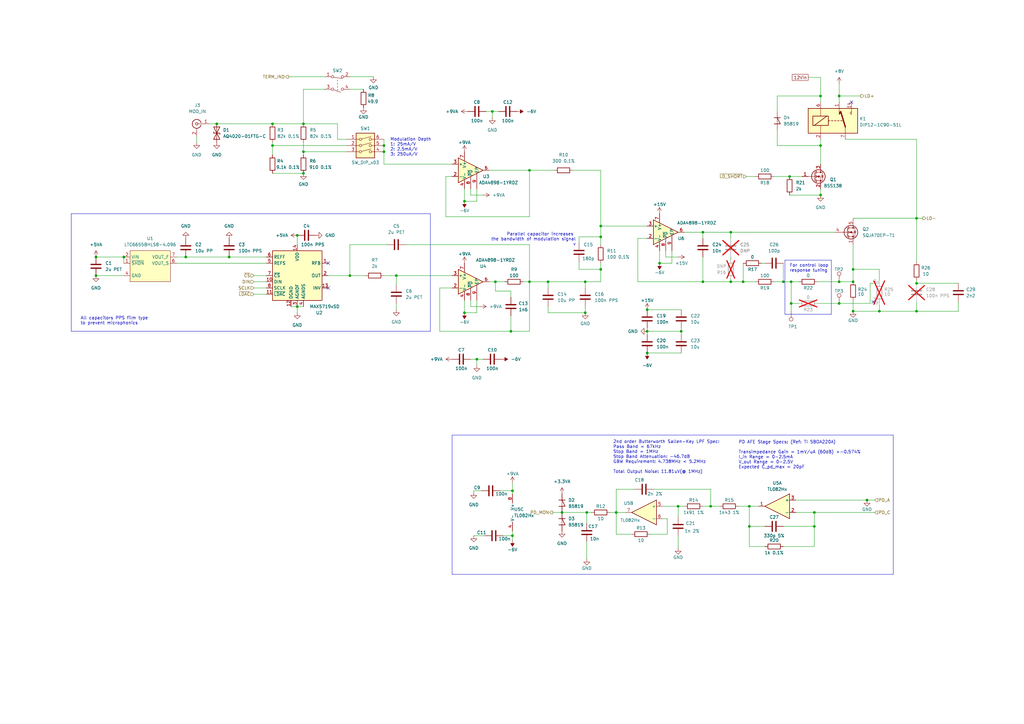
<source format=kicad_sch>
(kicad_sch (version 20230121) (generator eeschema)
  (paper "A3")
  (title_block (title "driveStage") (date "2023-11-09") (rev "r0_3") (company "M-Labs Limited") (comment 1 "Linus Woo Chun Kit"))
  (junction (at 270.51 107.95))
  (junction (at 124.46 71.12))
  (junction (at 217.17 69.85))
  (junction (at 265.43 135.89))
  (junction (at 203.2 115.57))
  (junction (at 324.485 124.46))
  (junction (at 121.92 96.52))
  (junction (at 360.68 127.635))
  (junction (at 288.29 95.25))
  (junction (at 375.92 89.535))
  (junction (at 334.01 210.185))
  (junction (at 210.185 201.295))
  (junction (at 88.9 50.8))
  (junction (at 201.93 45.72))
  (junction (at 240.03 115.57))
  (junction (at 344.17 115.57))
  (junction (at 195.58 147.32))
  (junction (at 299.72 115.57))
  (junction (at 265.43 127))
  (junction (at 252.73 210.185))
  (junction (at 349.885 115.57))
  (junction (at 190.5 128.27))
  (junction (at 124.46 50.8))
  (junction (at 336.55 39.37))
  (junction (at 355.6 205.105))
  (junction (at 217.17 115.57))
  (junction (at 307.34 207.645))
  (junction (at 224.79 115.57))
  (junction (at 334.01 215.9))
  (junction (at 190.5 82.55))
  (junction (at 324.485 115.57))
  (junction (at 288.29 115.57))
  (junction (at 143.51 113.03))
  (junction (at 336.55 80.01))
  (junction (at 349.885 110.49))
  (junction (at 299.72 95.25))
  (junction (at 111.76 50.8))
  (junction (at 157.48 62.23))
  (junction (at 162.56 113.03))
  (junction (at 76.2 105.41))
  (junction (at 279.4 135.89))
  (junction (at 210.185 219.71))
  (junction (at 246.38 110.49))
  (junction (at 246.38 92.71))
  (junction (at 50.8 105.41))
  (junction (at 349.885 127.635))
  (junction (at 265.43 144.78))
  (junction (at 291.465 207.645))
  (junction (at 93.98 105.41))
  (junction (at 39.37 113.03))
  (junction (at 278.13 207.645))
  (junction (at 240.03 128.27))
  (junction (at 111.76 59.69))
  (junction (at 307.34 215.9))
  (junction (at 336.55 59.69))
  (junction (at 246.38 97.155))
  (junction (at 344.17 39.37))
  (junction (at 230.505 210.185))
  (junction (at 304.8 115.57))
  (junction (at 124.46 62.23))
  (junction (at 121.92 125.73))
  (junction (at 375.92 127.635))
  (junction (at 209.55 135.89))
  (junction (at 157.48 59.69))
  (junction (at 344.17 124.46))
  (junction (at 375.92 116.205))
  (junction (at 240.665 210.185))
  (junction (at 39.37 105.41))
  (junction (at 323.85 72.39))
  (junction (at 321.31 115.57))
  (no_connect (at 358.14 123.825))
  (no_connect (at 349.25 41.91))
  (no_connect (at 134.62 118.11))
  (no_connect (at 134.62 107.95))
  (wire (pts (xy 162.56 124.46) (xy 162.56 127)))
  (wire (pts (xy 104.14 113.03) (xy 109.22 113.03)))
  (wire (pts (xy 360.68 114.935) (xy 360.68 110.49)))
  (wire (pts (xy 50.8 105.41) (xy 50.8 107.95)))
  (wire (pts (xy 323.85 72.39) (xy 328.93 72.39)))
  (wire (pts (xy 217.17 115.57) (xy 224.79 115.57)))
  (wire (pts (xy 259.08 219.075) (xy 252.73 219.075)))
  (wire (pts (xy 360.68 110.49) (xy 349.885 110.49)))
  (wire (pts (xy 111.76 71.12) (xy 124.46 71.12)))
  (wire (pts (xy 335.28 124.46) (xy 344.17 124.46)))
  (wire (pts (xy 334.01 210.185) (xy 358.775 210.185)))
  (wire (pts (xy 288.29 95.25) (xy 299.72 95.25)))
  (wire (pts (xy 313.69 224.155) (xy 307.34 224.155)))
  (wire (pts (xy 237.49 107.315) (xy 237.49 110.49)))
  (wire (pts (xy 318.77 59.69) (xy 336.55 59.69)))
  (wire (pts (xy 324.485 127.635) (xy 324.485 124.46)))
  (wire (pts (xy 271.78 212.725) (xy 273.685 212.725)))
  (wire (pts (xy 240.03 115.57) (xy 246.38 115.57)))
  (wire (pts (xy 265.43 135.89) (xy 265.43 137.16)))
  (wire (pts (xy 349.885 90.17) (xy 349.885 89.535)))
  (wire (pts (xy 210.185 219.71) (xy 210.185 221.615)))
  (wire (pts (xy 331.47 31.75) (xy 336.55 31.75)))
  (wire (pts (xy 240.665 210.185) (xy 242.57 210.185)))
  (wire (pts (xy 166.37 100.33) (xy 217.17 100.33)))
  (wire (pts (xy 138.43 57.15) (xy 142.24 57.15)))
  (wire (pts (xy 288.29 207.645) (xy 291.465 207.645)))
  (wire (pts (xy 80.645 58.42) (xy 80.645 55.88)))
  (wire (pts (xy 240.03 118.11) (xy 240.03 115.57)))
  (wire (pts (xy 288.29 95.25) (xy 288.29 97.79)))
  (wire (pts (xy 280.67 95.25) (xy 288.29 95.25)))
  (wire (pts (xy 193.04 125.73) (xy 196.85 125.73)))
  (wire (pts (xy 336.55 31.75) (xy 336.55 39.37)))
  (wire (pts (xy 349.885 127.635) (xy 349.885 123.19)))
  (wire (pts (xy 124.46 58.42) (xy 124.46 62.23)))
  (wire (pts (xy 246.38 107.95) (xy 246.38 110.49)))
  (wire (pts (xy 375.92 114.935) (xy 375.92 116.205)))
  (wire (pts (xy 299.72 95.25) (xy 342.265 95.25)))
  (wire (pts (xy 85.725 50.8) (xy 88.9 50.8)))
  (polyline (pts (xy 321.945 128.905) (xy 340.995 128.905)))
  (wire (pts (xy 104.14 118.11) (xy 109.22 118.11)))
  (wire (pts (xy 237.49 110.49) (xy 246.38 110.49)))
  (wire (pts (xy 349.885 110.49) (xy 349.885 115.57)))
  (wire (pts (xy 252.73 200.66) (xy 252.73 210.185)))
  (wire (pts (xy 157.48 59.69) (xy 157.48 62.23)))
  (wire (pts (xy 206.375 219.71) (xy 210.185 219.71)))
  (wire (pts (xy 273.05 105.41) (xy 278.13 105.41)))
  (wire (pts (xy 237.49 97.155) (xy 246.38 97.155)))
  (polyline (pts (xy 321.945 106.68) (xy 340.995 106.68)))
  (wire (pts (xy 318.77 53.34) (xy 318.77 59.69)))
  (wire (pts (xy 157.48 57.15) (xy 157.48 59.69)))
  (wire (pts (xy 299.72 105.41) (xy 299.72 106.68)))
  (wire (pts (xy 76.2 105.41) (xy 93.98 105.41)))
  (wire (pts (xy 104.14 115.57) (xy 109.22 115.57)))
  (wire (pts (xy 356.87 116.205) (xy 358.14 116.205)))
  (wire (pts (xy 111.76 58.42) (xy 111.76 59.69)))
  (wire (pts (xy 200.66 69.85) (xy 217.17 69.85)))
  (wire (pts (xy 201.93 45.72) (xy 201.93 48.26)))
  (wire (pts (xy 326.39 210.185) (xy 334.01 210.185)))
  (wire (pts (xy 306.07 72.39) (xy 309.88 72.39)))
  (wire (pts (xy 224.79 115.57) (xy 240.03 115.57)))
  (wire (pts (xy 267.97 200.66) (xy 291.465 200.66)))
  (wire (pts (xy 349.885 127.635) (xy 360.68 127.635)))
  (wire (pts (xy 217.17 88.9) (xy 217.17 69.85)))
  (wire (pts (xy 209.55 135.89) (xy 217.17 135.89)))
  (wire (pts (xy 210.185 198.12) (xy 210.185 201.295)))
  (wire (pts (xy 252.73 210.185) (xy 256.54 210.185)))
  (wire (pts (xy 138.43 50.8) (xy 138.43 57.15)))
  (wire (pts (xy 162.56 113.03) (xy 185.42 113.03)))
  (wire (pts (xy 157.48 62.23) (xy 157.48 67.31)))
  (wire (pts (xy 157.48 113.03) (xy 162.56 113.03)))
  (wire (pts (xy 349.885 100.33) (xy 349.885 110.49)))
  (wire (pts (xy 299.72 95.25) (xy 299.72 97.79)))
  (wire (pts (xy 217.17 135.89) (xy 217.17 115.57)))
  (wire (pts (xy 375.92 89.535) (xy 349.885 89.535)))
  (wire (pts (xy 240.03 128.27) (xy 240.03 125.73)))
  (wire (pts (xy 72.39 107.95) (xy 109.22 107.95)))
  (wire (pts (xy 360.68 125.095) (xy 360.68 127.635)))
  (wire (pts (xy 336.55 57.15) (xy 336.55 59.69)))
  (wire (pts (xy 124.46 62.23) (xy 142.24 62.23)))
  (wire (pts (xy 214.63 115.57) (xy 217.17 115.57)))
  (wire (pts (xy 278.13 212.09) (xy 278.13 207.645)))
  (wire (pts (xy 279.4 135.89) (xy 265.43 135.89)))
  (wire (pts (xy 375.92 127.635) (xy 375.92 123.825)))
  (wire (pts (xy 201.93 45.72) (xy 204.47 45.72)))
  (wire (pts (xy 324.485 115.57) (xy 324.485 124.46)))
  (wire (pts (xy 180.34 118.11) (xy 180.34 135.89)))
  (wire (pts (xy 307.34 215.9) (xy 307.34 224.155)))
  (wire (pts (xy 195.58 82.55) (xy 195.58 77.47)))
  (wire (pts (xy 190.5 77.47) (xy 190.5 82.55)))
  (wire (pts (xy 195.58 128.27) (xy 195.58 123.19)))
  (wire (pts (xy 291.465 200.66) (xy 291.465 207.645)))
  (wire (pts (xy 143.51 100.33) (xy 143.51 113.03)))
  (wire (pts (xy 158.75 100.33) (xy 143.51 100.33)))
  (polyline (pts (xy 29.21 87.63) (xy 176.53 87.63)))
  (wire (pts (xy 266.7 219.075) (xy 273.685 219.075)))
  (wire (pts (xy 271.78 207.645) (xy 278.13 207.645)))
  (wire (pts (xy 195.58 147.32) (xy 198.12 147.32)))
  (wire (pts (xy 88.9 50.8) (xy 111.76 50.8)))
  (wire (pts (xy 246.38 97.155) (xy 246.38 100.33)))
  (wire (pts (xy 304.8 107.95) (xy 304.8 115.57)))
  (wire (pts (xy 193.04 77.47) (xy 193.04 80.01)))
  (wire (pts (xy 111.76 50.8) (xy 124.46 50.8)))
  (wire (pts (xy 336.55 39.37) (xy 336.55 41.91)))
  (wire (pts (xy 190.5 82.55) (xy 195.58 82.55)))
  (wire (pts (xy 193.04 147.32) (xy 195.58 147.32)))
  (wire (pts (xy 326.39 205.105) (xy 355.6 205.105)))
  (wire (pts (xy 321.31 115.57) (xy 324.485 115.57)))
  (wire (pts (xy 240.665 222.25) (xy 240.665 229.235)))
  (wire (pts (xy 246.38 69.85) (xy 246.38 92.71)))
  (wire (pts (xy 270.51 107.95) (xy 275.59 107.95)))
  (wire (pts (xy 199.39 45.72) (xy 201.93 45.72)))
  (wire (pts (xy 344.17 39.37) (xy 344.17 41.91)))
  (wire (pts (xy 185.42 72.39) (xy 182.88 72.39)))
  (wire (pts (xy 230.505 210.185) (xy 240.665 210.185)))
  (polyline (pts (xy 340.995 128.905) (xy 340.995 106.68)))
  (wire (pts (xy 72.39 105.41) (xy 76.2 105.41)))
  (wire (pts (xy 143.51 31.496) (xy 153.162 31.496)))
  (wire (pts (xy 180.34 135.89) (xy 209.55 135.89)))
  (wire (pts (xy 193.04 123.19) (xy 193.04 125.73)))
  (wire (pts (xy 134.62 113.03) (xy 143.51 113.03)))
  (wire (pts (xy 393.065 127.635) (xy 393.065 123.825)))
  (wire (pts (xy 324.485 115.57) (xy 327.66 115.57)))
  (wire (pts (xy 209.55 119.38) (xy 203.2 119.38)))
  (wire (pts (xy 93.98 105.41) (xy 109.22 105.41)))
  (wire (pts (xy 124.46 36.576) (xy 124.46 50.8)))
  (wire (pts (xy 291.465 207.645) (xy 295.275 207.645)))
  (wire (pts (xy 317.5 115.57) (xy 321.31 115.57)))
  (wire (pts (xy 375.92 57.15) (xy 346.71 57.15)))
  (wire (pts (xy 250.19 210.185) (xy 252.73 210.185)))
  (wire (pts (xy 334.01 210.185) (xy 334.01 215.9)))
  (wire (pts (xy 143.51 36.576) (xy 149.098 36.576)))
  (wire (pts (xy 234.95 69.85) (xy 246.38 69.85)))
  (wire (pts (xy 360.68 127.635) (xy 375.92 127.635)))
  (wire (pts (xy 344.17 115.57) (xy 349.885 115.57)))
  (wire (pts (xy 278.13 224.79) (xy 278.13 219.71)))
  (wire (pts (xy 39.37 105.41) (xy 50.8 105.41)))
  (wire (pts (xy 39.37 113.03) (xy 50.8 113.03)))
  (wire (pts (xy 378.46 89.535) (xy 375.92 89.535)))
  (wire (pts (xy 318.77 39.37) (xy 336.55 39.37)))
  (wire (pts (xy 302.895 207.645) (xy 307.34 207.645)))
  (wire (pts (xy 190.5 128.27) (xy 195.58 128.27)))
  (wire (pts (xy 124.46 62.23) (xy 124.46 63.5)))
  (wire (pts (xy 270.51 102.87) (xy 270.51 107.95)))
  (polyline (pts (xy 29.21 87.63) (xy 29.21 135.89)))
  (wire (pts (xy 111.76 59.69) (xy 142.24 59.69)))
  (wire (pts (xy 375.92 116.205) (xy 393.065 116.205)))
  (wire (pts (xy 252.73 210.185) (xy 252.73 219.075)))
  (wire (pts (xy 261.62 115.57) (xy 261.62 97.79)))
  (wire (pts (xy 121.92 96.52) (xy 121.92 100.33)))
  (wire (pts (xy 273.685 212.725) (xy 273.685 219.075)))
  (wire (pts (xy 273.05 102.87) (xy 273.05 105.41)))
  (wire (pts (xy 157.48 67.31) (xy 185.42 67.31)))
  (wire (pts (xy 226.695 210.185) (xy 230.505 210.185)))
  (polyline (pts (xy 321.945 106.68) (xy 321.945 128.905)))
  (wire (pts (xy 217.17 69.85) (xy 227.33 69.85)))
  (wire (pts (xy 336.55 59.69) (xy 336.55 67.31)))
  (wire (pts (xy 321.31 224.155) (xy 334.01 224.155)))
  (wire (pts (xy 304.8 115.57) (xy 309.88 115.57)))
  (wire (pts (xy 194.31 201.93) (xy 194.31 201.295)))
  (wire (pts (xy 344.17 39.37) (xy 353.06 39.37)))
  (wire (pts (xy 288.29 115.57) (xy 261.62 115.57)))
  (wire (pts (xy 307.34 207.645) (xy 311.15 207.645)))
  (wire (pts (xy 182.88 88.9) (xy 217.17 88.9)))
  (wire (pts (xy 119.38 125.73) (xy 121.92 125.73)))
  (wire (pts (xy 246.38 92.71) (xy 265.43 92.71)))
  (wire (pts (xy 375.92 89.535) (xy 375.92 107.315)))
  (wire (pts (xy 104.14 120.65) (xy 109.22 120.65)))
  (wire (pts (xy 318.77 45.72) (xy 318.77 39.37)))
  (wire (pts (xy 143.51 113.03) (xy 149.86 113.03)))
  (wire (pts (xy 356.87 116.205) (xy 356.87 124.46)))
  (wire (pts (xy 375.92 127.635) (xy 393.065 127.635)))
  (wire (pts (xy 193.04 80.01) (xy 198.12 80.01)))
  (wire (pts (xy 246.38 92.71) (xy 246.38 97.155)))
  (polyline (pts (xy 29.21 135.89) (xy 176.53 135.89)))
  (wire (pts (xy 210.185 201.295) (xy 210.185 202.565)))
  (wire (pts (xy 194.31 201.295) (xy 197.485 201.295)))
  (wire (pts (xy 224.79 125.73) (xy 224.79 128.27)))
  (wire (pts (xy 299.72 114.3) (xy 299.72 115.57)))
  (wire (pts (xy 375.92 57.15) (xy 375.92 89.535)))
  (wire (pts (xy 190.5 123.19) (xy 190.5 128.27)))
  (wire (pts (xy 224.79 118.11) (xy 224.79 115.57)))
  (wire (pts (xy 203.2 119.38) (xy 203.2 115.57)))
  (wire (pts (xy 133.35 36.576) (xy 124.46 36.576)))
  (wire (pts (xy 321.31 107.95) (xy 321.31 115.57)))
  (wire (pts (xy 209.55 129.54) (xy 209.55 135.89)))
  (wire (pts (xy 205.105 201.295) (xy 210.185 201.295)))
  (wire (pts (xy 279.4 134.62) (xy 279.4 135.89)))
  (wire (pts (xy 344.17 34.29) (xy 344.17 39.37)))
  (wire (pts (xy 312.42 107.95) (xy 313.69 107.95)))
  (wire (pts (xy 246.38 110.49) (xy 246.38 115.57)))
  (wire (pts (xy 324.485 124.46) (xy 327.66 124.46)))
  (wire (pts (xy 323.85 80.01) (xy 336.55 80.01)))
  (wire (pts (xy 111.76 59.69) (xy 111.76 63.5)))
  (wire (pts (xy 335.28 115.57) (xy 344.17 115.57)))
  (wire (pts (xy 121.92 125.73) (xy 121.92 128.27)))
  (wire (pts (xy 217.17 100.33) (xy 217.17 115.57)))
  (wire (pts (xy 279.4 135.89) (xy 279.4 137.16)))
  (wire (pts (xy 210.185 217.805) (xy 210.185 219.71)))
  (wire (pts (xy 162.56 113.03) (xy 162.56 116.84)))
  (wire (pts (xy 124.46 50.8) (xy 138.43 50.8)))
  (wire (pts (xy 355.6 205.105) (xy 358.775 205.105)))
  (wire (pts (xy 203.2 115.57) (xy 207.01 115.57)))
  (wire (pts (xy 240.665 214.63) (xy 240.665 210.185)))
  (wire (pts (xy 336.55 77.47) (xy 336.55 80.01)))
  (wire (pts (xy 321.31 215.9) (xy 334.01 215.9)))
  (wire (pts (xy 307.34 207.645) (xy 307.34 215.9)))
  (wire (pts (xy 317.5 72.39) (xy 323.85 72.39)))
  (wire (pts (xy 185.42 118.11) (xy 180.34 118.11)))
  (wire (pts (xy 194.31 219.71) (xy 198.755 219.71)))
  (wire (pts (xy 265.43 134.62) (xy 265.43 135.89)))
  (wire (pts (xy 224.79 128.27) (xy 240.03 128.27)))
  (wire (pts (xy 265.43 127) (xy 279.4 127)))
  (wire (pts (xy 260.35 200.66) (xy 252.73 200.66)))
  (wire (pts (xy 288.29 115.57) (xy 299.72 115.57)))
  (wire (pts (xy 209.55 121.92) (xy 209.55 119.38)))
  (wire (pts (xy 265.43 144.78) (xy 279.4 144.78)))
  (wire (pts (xy 278.13 207.645) (xy 280.67 207.645)))
  (wire (pts (xy 200.66 115.57) (xy 203.2 115.57)))
  (wire (pts (xy 344.17 124.46) (xy 356.87 124.46)))
  (wire (pts (xy 118.364 31.496) (xy 133.35 31.496)))
  (wire (pts (xy 275.59 107.95) (xy 275.59 102.87)))
  (wire (pts (xy 288.29 105.41) (xy 288.29 115.57)))
  (wire (pts (xy 195.58 147.32) (xy 195.58 149.86)))
  (wire (pts (xy 299.72 115.57) (xy 304.8 115.57)))
  (polyline (pts (xy 176.53 135.89) (xy 176.53 87.63)))
  (wire (pts (xy 237.49 99.695) (xy 237.49 97.155)))
  (wire (pts (xy 121.92 125.73) (xy 124.46 125.73)))
  (wire (pts (xy 182.88 72.39) (xy 182.88 88.9)))
  (wire (pts (xy 261.62 97.79) (xy 265.43 97.79)))
  (wire (pts (xy 334.01 215.9) (xy 334.01 224.155)))
  (wire (pts (xy 313.69 215.9) (xy 307.34 215.9)))
  (rectangle (start 185.42 178.435) (end 366.395 235.585))
  (text "All capacitors PPS film type\nto prevent microphonics " (at 33.02 133.35 0) (effects (font (size 1.27 1.27)) (justify left bottom)))
  (text "For control loop\nresponse tuning" (at 323.85 111.76 0) (effects (font (size 1.27 1.27)) (justify left bottom)))
  (text "PD AFE Stage Specs: (Ref: TI SBOA220A)\n\nTransimpedance Gain = 1mV/uA (60dB) +-0.574%\nI_in Range = 0-2.5mA\nV_out Range = 0-2.5V\nExpected C_pd_max = 20pF" (at 302.895 192.405 0) (effects (font (size 1.27 1.27)) (justify left bottom)))
  (text "Modulation Depth\n1: 25mA/V\n2: 2.5mA/V\n3: 250uA/V" (at 160.02 64.135 0) (effects (font (size 1.27 1.27)) (justify left bottom)))
  (text "\n2nd order Butterworth Sallen-Key LPF Spec:\nPass Band = 67kHz\nStop Band = 1MHz\nStop Band Attenuation: -46.7dB\nGBW Requirement: 4.738MHz < 5.2MHz\n\nTotal Output Noise: 11.81uV(@ 1MHz)" (at 251.46 194.31 0) (effects (font (size 1.27 1.27)) (justify left bottom)))
  (text "Parallel capacitor increases \nthe bandwidth of modulation signal\nv" (at 236.22 100.965 0) (effects (font (size 1.27 1.27)) (justify right bottom)))
  (global_label "12Vin" (shape passive) (at 331.47 31.75 180) (property "Intersheetrefs" "${INTERSHEET_REFS}" (effects hide)))
  (hierarchical_label "PD_MON" (shape output) (at 226.695 210.185 180))
  (hierarchical_label "PD_C" (shape input) (at 358.775 210.185 0))
  (hierarchical_label "TERM_IND" (shape output) (at 118.364 31.496 180))
  (hierarchical_label "~{LDAC}" (shape input) (at 104.14 120.65 180))
  (hierarchical_label "~{LD_SHORT}" (shape input) (at 306.07 72.39 180))
  (hierarchical_label "LD+" (shape output) (at 353.06 39.37 0))
  (hierarchical_label "PD_A" (shape input) (at 358.775 205.105 0))
  (hierarchical_label "SCLK" (shape input) (at 104.14 118.11 180))
  (hierarchical_label "DIN" (shape input) (at 104.14 115.57 180))
  (hierarchical_label "LD-" (shape output) (at 378.46 89.535 0))
  (hierarchical_label "~{CS}" (shape input) (at 104.14 113.03 180))
  (symbol (lib_id "Connector:TestPoint") (at 344.17 115.57 0) (unit 1)
    (property "Reference" "TP2" (at 342.265 110.49 0) (effects (justify left)))
    (property "Value" "TestPoint" (effects hide))
    (property "Footprint" "TestPoint:TestPoint_Pad_1.0x1.0mm" (effects hide))
  )
  (symbol (lib_id "Device:R") (at 299.72 110.49 180) (unit 1) (dnp yes)
    (property "Reference" "R16" (at 295.91 111.76 0))
    (property "Value" "DNP" (at 295.91 109.22 0))
    (property "Footprint" "Resistor_SMD:R_0603_1608Metric" (effects hide))
  )
  (symbol (lib_id "kirdy:R_Y169010R0000T9L") (at 360.68 120.015 0) (mirror y) (unit 1) (dnp yes)
    (property "Reference" "R25" (at 362.585 118.745 0) (effects (justify right)))
    (property "Value" "10" (at 362.585 120.65 0) (effects (justify right)))
    (property "Footprint" "Package_TO_SOT_THT:TO-220F-4_Horizontal_TabDown" (effects hide))
    (property "Datasheet" "https://www.mouser.hk/datasheet/2/428/vpr22021-3247675.pdf" (effects hide))
    (property "MFR_PN" "Y169010R0000T9L" (effects hide))
  )
  (symbol (lib_id "Device:R") (at 284.48 207.645 90) (unit 1)
    (property "Reference" "R14" (at 284.48 205.105 90))
    (property "Value" "1k91 1%" (at 284.48 210.185 90))
    (property "Footprint" "Resistor_SMD:R_0603_1608Metric" (effects hide))
    (property "MFR_PN" "ERJ-3EKF1911V" (effects hide))
  )
  (symbol (lib_id "Device:C") (at 264.16 200.66 270) (unit 1)
    (property "Reference" "C18" (at 262.255 196.85 90))
    (property "Value" "2n 2%" (at 268.605 202.565 90))
    (property "Footprint" "Capacitor_SMD:C_0603_1608Metric" (effects hide))
    (property "MFR_PN" "GCM1885C1H202GA16D" (effects hide))
  )
  (symbol (lib_id "Device:R") (at 323.85 76.2 180) (unit 1)
    (property "Reference" "R21" (at 326.39 74.9299 0) (effects (justify right)))
    (property "Value" "2k" (at 326.39 77.4699 0) (effects (justify right)))
    (property "Footprint" "Resistor_SMD:R_0603_1608Metric" (effects hide))
    (property "MFR_PN" "RC0603FR-072KL" (effects hide))
    (property "MFR_PN_ALT" "ERJ-3EKF2001V" (effects hide))
  )
  (symbol (lib_id "power:GND") (at 336.55 80.01 0) (unit 1)
    (property "Reference" "#PWR046" (effects hide))
    (property "Value" "GND" (at 336.55 85.09 0))
  )
  (symbol (lib_id "power:-6V") (at 212.09 45.72 270) (unit 1)
    (property "Reference" "#PWR034" (effects hide))
    (property "Value" "-6V" (at 215.9 45.7199 90) (effects (justify left)))
  )
  (symbol (lib_id "Device:C") (at 162.56 100.33 90) (unit 1)
    (property "Reference" "C5" (at 162.56 92.71 90))
    (property "Value" "2u PET" (at 162.56 95.25 90))
    (property "Footprint" "Capacitor_SMD:C_1812_4532Metric" (effects hide))
    (property "MFR_PN" "35MU225MC14532" (effects hide))
  )
  (symbol (lib_id "power:+15V") (at 265.43 127 0) (unit 1)
    (property "Reference" "#PWR039" (effects hide))
    (property "Value" "+15V" (at 265.43 123.19 0))
  )
  (symbol (lib_id "Device:R") (at 331.47 115.57 90) (unit 1)
    (property "Reference" "R22" (at 331.47 118.11 90))
    (property "Value" "0" (at 331.47 113.03 90))
    (property "Footprint" "Resistor_SMD:R_0603_1608Metric" (effects hide))
    (property "MFR_PN" "RMCF0603ZT0R00" (effects hide))
    (property "MFR_PN_ALT" "CR0603-J/-000ELF" (effects hide))
  )
  (symbol (lib_id "power:-6V") (at 205.74 147.32 270) (unit 1)
    (property "Reference" "#PWR031" (effects hide))
    (property "Value" "-6V" (at 209.55 147.3199 90) (effects (justify left)))
  )
  (symbol (lib_id "Device:D_Shockley") (at 230.505 206.375 270) (unit 1)
    (property "Reference" "D2" (at 233.045 205.1049 90) (effects (justify left)))
    (property "Value" "B5819" (at 233.045 207.6449 90) (effects (justify left)))
    (property "Footprint" "Diode_SMD:D_SOD-323" (effects hide))
    (property "MFR_PN" "B5819WS-TP" (effects hide))
  )
  (symbol (lib_id "power:GND") (at 194.31 201.93 0) (unit 1)
    (property "Reference" "#PWR025" (effects hide))
    (property "Value" "GND" (at 194.31 207.01 0))
  )
  (symbol (lib_id "Device:C") (at 208.28 45.72 90) (unit 1)
    (property "Reference" "C12" (at 208.28 41.91 90))
    (property "Value" "100n" (at 208.28 49.53 90))
    (property "Footprint" "Capacitor_SMD:C_0603_1608Metric" (effects hide))
    (property "MFR_PN" "CL10B104KB8NNWC" (effects hide))
    (property "MFR_PN_ALT" "CL10B104KB8NNNL" (effects hide))
  )
  (symbol (lib_id "Device:R") (at 349.885 119.38 0) (mirror x) (unit 1)
    (property "Reference" "R24" (at 351.79 118.745 0) (effects (justify left)))
    (property "Value" "10" (at 351.79 120.65 0) (effects (justify left)))
    (property "Footprint" "Package_TO_SOT_THT:TO-220-2_Horizontal_TabDown" (effects hide))
    (property "Datasheet" "https://www.alpha-elec.co.jp/w2img/2022100715510167015-PD(EN)_final_10Jan2018.pdf" (effects hide))
    (property "MFR_PN" "PDY10R000F" (effects hide))
  )
  (symbol (lib_id "Relay:DIPxx-1Cxx-51x") (at 341.63 49.53 0) (unit 1)
    (property "Reference" "K1" (at 352.552 48.6953 0) (effects (justify left)))
    (property "Value" "DIP12-1C90-51L" (at 352.552 51.2322 0) (effects (justify left)))
    (property "Footprint" "Relay_THT:Relay_StandexMeder_DIP_LowProfile" (effects hide))
    (property "Datasheet" "https://standexelectronics.com/wp-content/uploads/datasheet_reed_relay_DIP.pdf" (effects hide))
    (property "MFR_PN" "DIP12-1C90-51L" (effects hide))
  )
  (symbol (lib_id "Device:C") (at 278.13 215.9 180) (unit 1)
    (property "Reference" "C21" (at 283.21 214.63 0))
    (property "Value" "1n 2%" (at 283.845 217.805 0))
    (property "Footprint" "Capacitor_SMD:C_0603_1608Metric" (effects hide))
    (property "MFR_PN" "0603N102G250CT" (effects hide))
  )
  (symbol (lib_id "power:+5VA") (at 39.37 105.41 0) (unit 1)
    (property "Reference" "#PWR07" (effects hide))
    (property "Value" "+5VA" (at 39.37 100.33 0))
  )
  (symbol (lib_id "Device:C") (at 279.4 140.97 0) (unit 1)
    (property "Reference" "C23" (at 283.21 139.6999 0) (effects (justify left)))
    (property "Value" "10u" (at 283.21 142.2399 0) (effects (justify left)))
    (property "Footprint" "Capacitor_SMD:C_0805_2012Metric" (effects hide))
    (property "MFR_PN" "CL21B106KOQNNNG" (effects hide))
    (property "MFR_PN_ALT" "CL21B106KOQNNNE" (effects hide))
  )
  (symbol (lib_id "Device:C") (at 76.2 101.6 0) (unit 1)
    (property "Reference" "C2" (at 80.01 100.3299 0) (effects (justify left)))
    (property "Value" "10u PP" (at 80.01 102.8699 0) (effects (justify left)))
    (property "Footprint" "Capacitor_SMD:C_1812_4532Metric" (effects hide))
    (property "MFR_PN" "16MU106MC44532" (effects hide))
  )
  (symbol (lib_id "Connector:TestPoint") (at 324.485 127.635 180) (unit 1)
    (property "Reference" "TP1" (at 327.025 133.985 0) (effects (justify left)))
    (property "Value" "TestPoint" (effects hide))
    (property "Footprint" "TestPoint:TestPoint_Pad_1.0x1.0mm" (effects hide))
  )
  (symbol (lib_id "Device:C") (at 299.72 101.6 0) (unit 1) (dnp yes)
    (property "Reference" "C25" (at 303.53 100.3299 0) (effects (justify left)))
    (property "Value" "DNP" (at 303.53 102.8699 0) (effects (justify left)))
    (property "Footprint" "Capacitor_SMD:C_0603_1608Metric" (effects hide))
  )
  (symbol (lib_id "Device:R") (at 313.69 115.57 90) (unit 1)
    (property "Reference" "R19" (at 313.69 118.11 90))
    (property "Value" "100" (at 313.69 113.03 90))
    (property "Footprint" "Resistor_SMD:R_0603_1608Metric" (effects hide))
    (property "MFR_PN" "WR06X1000FTL" (effects hide))
    (property "MFR_PN_ALT" "RMCF0603FT100R" (effects hide))
  )
  (symbol (lib_id "Device:R") (at 375.92 111.125 180) (unit 1)
    (property "Reference" "R26" (at 379.73 109.855 0))
    (property "Value" "10" (at 379.73 112.395 0))
    (property "Footprint" "Resistor_SMD:R_0603_1608Metric" (effects hide))
    (property "MFR_PN" "RT0603BRD0710RL" (effects hide))
    (property "MFR_PN_ALT" "WR06X10R0FTL" (effects hide))
  )
  (symbol (lib_id "power:GND") (at 121.92 128.27 0) (unit 1)
    (property "Reference" "#PWR014" (effects hide))
    (property "Value" "GND" (at 121.92 133.35 0))
  )
  (symbol (lib_id "Amplifier_Operational:ADA4898-1YRDZ") (at 273.05 95.25 0) (unit 1)
    (property "Reference" "U6" (at 279.4 97.79 0))
    (property "Value" "ADA4898-1YRDZ" (at 285.75 91.44 0))
    (property "Footprint" "Package_SO:SOIC-8-1EP_3.9x4.9mm_P1.27mm_EP2.29x3mm" (effects hide))
    (property "Datasheet" "https://www.analog.com/media/en/technical-documentation/data-sheets/ada4898-1_4898-2.pdf" (effects hide))
    (property "MFR_PN" "ADA4898-1YRDZ" (effects hide))
  )
  (symbol (lib_id "Device:C") (at 288.29 101.6 0) (unit 1)
    (property "Reference" "C24" (at 292.1 100.3299 0) (effects (justify left)))
    (property "Value" "10n" (at 292.1 102.8699 0) (effects (justify left)))
    (property "Footprint" "Capacitor_SMD:C_0603_1608Metric" (effects hide))
    (property "MFR_PN" "0603B103K500CT" (effects hide))
    (property "MFR_PN_ALT" "CL10B103KB8NNNC" (effects hide))
  )
  (symbol (lib_id "power:GND") (at 278.13 224.79 0) (unit 1)
    (property "Reference" "#PWR045" (effects hide))
    (property "Value" "GND" (at 278.13 228.6 0))
  )
  (symbol (lib_id "Device:C") (at 375.92 120.015 0) (unit 1) (dnp yes)
    (property "Reference" "C28" (at 379.73 118.7449 0) (effects (justify left)))
    (property "Value" "100n PPS" (at 379.73 121.2849 0) (effects (justify left)))
    (property "Footprint" "Capacitor_SMD:C_1210_3225Metric" (effects hide))
    (property "MFR_PN" "ECH-U1C104JX5" (effects hide))
  )
  (symbol (lib_id "Device:R") (at 246.38 104.14 180) (unit 1)
    (property "Reference" "R11" (at 248.92 102.87 0) (effects (justify right)))
    (property "Value" "100 0.1%" (at 248.92 105.41 0) (effects (justify right)))
    (property "Footprint" "Resistor_SMD:R_0603_1608Metric" (effects hide))
    (property "MFR_PN" "RN73R1JTTD1000B25" (effects hide))
  )
  (symbol (lib_id "power:GND") (at 129.54 96.52 90) (unit 1)
    (property "Reference" "#PWR016" (effects hide))
    (property "Value" "GND" (at 133.35 96.5199 90) (effects (justify right)))
  )
  (symbol (lib_id "Device:R") (at 111.76 67.31 180) (unit 1)
    (property "Reference" "R4" (at 114.935 66.04 0))
    (property "Value" "9.1k 0.1%" (at 118.11 68.58 0))
    (property "Footprint" "Resistor_SMD:R_0603_1608Metric" (effects hide))
    (property "MFR_PN" "ERA-3AEB912V" (effects hide))
  )
  (symbol (lib_id "power:GND") (at 149.098 44.196 0) (unit 1)
    (property "Reference" "#PWR018" (effects hide))
    (property "Value" "GND" (at 149.098 48.006 0))
  )
  (symbol (lib_id "power:GND") (at 39.37 113.03 0) (unit 1)
    (property "Reference" "#PWR08" (effects hide))
    (property "Value" "GND" (at 39.37 118.11 0))
  )
  (symbol (lib_id "power:GND") (at 76.2 97.79 180) (unit 1)
    (property "Reference" "#PWR09" (effects hide))
    (property "Value" "GND" (at 76.2 92.71 0))
  )
  (symbol (lib_id "power:-6V") (at 210.185 221.615 180) (unit 1)
    (property "Reference" "#PWR033" (effects hide))
    (property "Value" "-6V" (at 210.185 225.425 0))
  )
  (symbol (lib_id "Device:R") (at 149.098 40.386 180) (unit 1)
    (property "Reference" "R8" (at 152.273 39.116 0))
    (property "Value" "49.9" (at 152.908 41.656 0))
    (property "Footprint" "Resistor_SMD:R_0603_1608Metric" (effects hide))
    (property "MFR_PN" "RT0603DRE0749R9L" (effects hide))
  )
  (symbol (lib_id "Device:C") (at 224.79 121.92 0) (unit 1)
    (property "Reference" "C14" (at 228.6 120.6499 0) (effects (justify left)))
    (property "Value" "10u PP" (at 228.6 123.1899 0) (effects (justify left)))
    (property "Footprint" "Capacitor_SMD:C_1812_4532Metric" (effects hide))
    (property "MFR_PN" "16MU106MC44532" (effects hide))
  )
  (symbol (lib_id "Device:R") (at 262.89 219.075 90) (unit 1)
    (property "Reference" "R13" (at 262.89 216.535 90))
    (property "Value" "10" (at 262.89 221.615 90))
    (property "Footprint" "Resistor_SMD:R_0603_1608Metric" (effects hide))
    (property "MFR_PN" "RT0603BRD0710RL" (effects hide))
    (property "MFR_PN_ALT" "WR06X10R0FTL" (effects hide))
  )
  (symbol (lib_id "Amplifier_Operational:ADA4898-1YRDZ") (at 193.04 115.57 0) (unit 1)
    (property "Reference" "U4" (at 198.12 109.22 0))
    (property "Value" "ADA4898-1YRDZ" (at 203.2 106.68 0))
    (property "Footprint" "Package_SO:SOIC-8-1EP_3.9x4.9mm_P1.27mm_EP2.29x3mm" (effects hide))
    (property "Datasheet" "https://www.analog.com/media/en/technical-documentation/data-sheets/ada4898-1_4898-2.pdf" (effects hide))
    (property "MFR_PN" "ADA4898-1YRDZ" (effects hide))
  )
  (symbol (lib_id "Device:C") (at 317.5 215.9 90) (unit 1)
    (property "Reference" "C27" (at 317.5 212.09 90))
    (property "Value" "330p 5%" (at 317.5 219.71 90))
    (property "Footprint" "Capacitor_SMD:C_0603_1608Metric" (effects hide))
    (property "MFR_PN" "885012006041" (effects hide))
  )
  (symbol (lib_id "power:GND") (at 265.43 135.89 270) (unit 1)
    (property "Reference" "#PWR040" (effects hide))
    (property "Value" "GND" (at 261.62 135.8899 90) (effects (justify right)))
  )
  (symbol (lib_id "power:GND") (at 194.31 219.71 0) (unit 1)
    (property "Reference" "#PWR026" (effects hide))
    (property "Value" "GND" (at 194.31 224.79 0))
  )
  (symbol (lib_id "Device:C") (at 265.43 140.97 0) (unit 1)
    (property "Reference" "C20" (at 269.24 139.6999 0) (effects (justify left)))
    (property "Value" "100n" (at 269.24 142.2399 0) (effects (justify left)))
    (property "Footprint" "Capacitor_SMD:C_0603_1608Metric" (effects hide))
    (property "MFR_PN" "CL10B104KB8NNWC" (effects hide))
    (property "MFR_PN_ALT" "CL10B104KB8NNNL" (effects hide))
  )
  (symbol (lib_id "power:+9VA") (at 210.185 198.12 0) (unit 1)
    (property "Reference" "#PWR032" (effects hide))
    (property "Value" "+9VA" (at 210.185 194.31 0))
  )
  (symbol (lib_id "power:GND") (at 162.56 127 0) (unit 1)
    (property "Reference" "#PWR017" (effects hide))
    (property "Value" "GND" (at 162.56 132.08 0))
  )
  (symbol (lib_id "Device:R") (at 317.5 224.155 90) (unit 1)
    (property "Reference" "R20" (at 317.5 221.615 90))
    (property "Value" "1k 0.1%" (at 317.5 226.695 90))
    (property "Footprint" "Resistor_SMD:R_0603_1608Metric" (effects hide))
    (property "MFR_PN" "RP0603BRD071KL" (effects hide))
    (property "MFR_PN_ALT" "WR06X1001FTL" (effects hide))
  )
  (symbol (lib_id "Device:R") (at 153.67 113.03 90) (unit 1)
    (property "Reference" "R7" (at 153.67 106.68 90))
    (property "Value" "2k" (at 153.67 109.22 90))
    (property "Footprint" "Resistor_SMD:R_0603_1608Metric" (effects hide))
    (property "MFR_PN" "RC0603FR-072KL" (effects hide))
    (property "MFR_PN_ALT" "ERJ-3EKF2001V" (effects hide))
  )
  (symbol (lib_id "Device:C") (at 209.55 125.73 180) (unit 1)
    (property "Reference" "C13" (at 214.63 124.46 0))
    (property "Value" "1n6" (at 214.63 127 0))
    (property "Footprint" "Capacitor_SMD:C_0603_1608Metric" (effects hide))
    (property "MFR_PN" "GCM1885C1H162FA16D" (effects hide))
    (property "MFR_PN_ALT" "C0603C162J5GAC7867" (effects hide))
  )
  (symbol (lib_id "Device:C") (at 201.93 147.32 90) (unit 1)
    (property "Reference" "C10" (at 201.93 143.51 90))
    (property "Value" "100n" (at 201.93 151.13 90))
    (property "Footprint" "Capacitor_SMD:C_0603_1608Metric" (effects hide))
    (property "MFR_PN" "CL10B104KB8NNWC" (effects hide))
    (property "MFR_PN_ALT" "CL10B104KB8NNNL" (effects hide))
  )
  (symbol (lib_id "power:+9VA") (at 198.12 80.01 270) (unit 1)
    (property "Reference" "#PWR029" (effects hide))
    (property "Value" "+9VA" (at 201.93 80.0099 90) (effects (justify left)))
  )
  (symbol (lib_id "Device:R") (at 124.46 54.61 0) (unit 1)
    (property "Reference" "R5" (at 127 53.34 0) (effects (justify left)))
    (property "Value" "82k 0.1%" (at 127 55.88 0) (effects (justify left)))
    (property "Footprint" "Resistor_SMD:R_0603_1608Metric" (effects hide))
    (property "MFR_PN" "ERA-3AEB823V" (effects hide))
  )
  (symbol (lib_id "Device:C") (at 317.5 107.95 90) (unit 1)
    (property "Reference" "C26" (at 317.5 100.33 90))
    (property "Value" "100p" (at 317.5 102.87 90))
    (property "Footprint" "Capacitor_SMD:C_0603_1608Metric" (effects hide))
    (property "MFR_PN" "VJ0603A101KXQCW1BC" (effects hide))
  )
  (symbol (lib_id "power:-6V") (at 190.5 128.27 180) (unit 1)
    (property "Reference" "#PWR023" (effects hide))
    (property "Value" "-6V" (at 190.5 132.08 0))
  )
  (symbol (lib_id "Device:C") (at 202.565 219.71 270) (unit 1)
    (property "Reference" "C11" (at 195.58 218.44 90) (effects (justify left)))
    (property "Value" "100n" (at 204.47 220.98 90) (effects (justify left)))
    (property "Footprint" "Capacitor_SMD:C_0603_1608Metric" (effects hide))
    (property "MFR_PN" "CL10B104KB8NNWC" (effects hide))
    (property "MFR_PN_ALT" "CL10B104KB8NNNL" (effects hide))
  )
  (symbol (lib_id "power:+15V") (at 278.13 105.41 270) (unit 1)
    (property "Reference" "#PWR044" (effects hide))
    (property "Value" "+15V" (at 276.86 107.95 90) (effects (justify left)))
  )
  (symbol (lib_id "Device:C") (at 279.4 130.81 0) (unit 1)
    (property "Reference" "C22" (at 283.21 129.5399 0) (effects (justify left)))
    (property "Value" "10u" (at 283.21 132.0799 0) (effects (justify left)))
    (property "Footprint" "Capacitor_SMD:C_0805_2012Metric" (effects hide))
    (property "MFR_PN" "CL21B106KOQNNNG" (effects hide))
    (property "MFR_PN_ALT" "CL21B106KOQNNNE" (effects hide))
  )
  (symbol (lib_id "power:GND") (at 153.162 31.496 0) (unit 1)
    (property "Reference" "#PWR0185" (effects hide))
    (property "Value" "GND" (at 153.162 35.941 0))
  )
  (symbol (lib_id "Amplifier_Operational:TL082") (at 318.77 207.645 0) (mirror y) (unit 1)
    (property "Reference" "U5" (at 318.77 198.12 0))
    (property "Value" "TL082Hx" (at 318.77 200.66 0))
    (property "Footprint" "kirdy:SOIC8-TL082Hx" (effects hide))
    (property "Datasheet" "http://www.ti.com/lit/ds/symlink/tl081.pdf" (effects hide))
    (property "MFR_PN" "TL082HIDR" (effects hide))
  )
  (symbol (lib_id "Device:R") (at 308.61 107.95 90) (unit 1)
    (property "Reference" "R17" (at 308.61 110.49 90))
    (property "Value" "0" (at 308.61 105.41 90))
    (property "Footprint" "Resistor_SMD:R_0603_1608Metric" (effects hide))
    (property "MFR_PN" "RMCF0603ZT0R00" (effects hide))
    (property "MFR_PN_ALT" "CR0603-J/-000ELF" (effects hide))
  )
  (symbol (lib_id "power:+9VA") (at 191.77 45.72 90) (unit 1)
    (property "Reference" "#PWR024" (effects hide))
    (property "Value" "+9VA" (at 187.96 45.7199 90) (effects (justify left)))
  )
  (symbol (lib_id "Device:R") (at 313.69 72.39 90) (unit 1)
    (property "Reference" "R18" (at 313.69 74.93 90))
    (property "Value" "100" (at 313.69 69.85 90))
    (property "Footprint" "Resistor_SMD:R_0603_1608Metric" (effects hide))
    (property "MFR_PN" "WR06X1000FTL" (effects hide))
    (property "MFR_PN_ALT" "RMCF0603FT100R" (effects hide))
  )
  (symbol (lib_id "power:+3.3VA") (at 230.505 202.565 0) (unit 1)
    (property "Reference" "#PWR035" (effects hide))
    (property "Value" "+3.3VA" (at 230.505 197.485 0))
  )
  (symbol (lib_id "power:GND") (at 240.665 229.235 0) (unit 1)
    (property "Reference" "#PWR038" (effects hide))
    (property "Value" "GND" (at 240.665 233.045 0))
  )
  (symbol (lib_id "power:GND") (at 124.46 71.12 0) (unit 1)
    (property "Reference" "#PWR015" (effects hide))
    (property "Value" "GND" (at 124.46 75.5634 0))
  )
  (symbol (lib_id "Device:R") (at 231.14 69.85 90) (unit 1)
    (property "Reference" "R10" (at 231.14 63.5 90))
    (property "Value" "300 0.1%" (at 231.14 66.04 90))
    (property "Footprint" "Resistor_SMD:R_0603_1608Metric" (effects hide))
    (property "MFR_PN" "ERA-3AEB301V" (effects hide))
  )
  (symbol (lib_id "Device:R") (at 246.38 210.185 90) (unit 1)
    (property "Reference" "R12" (at 246.38 207.645 90))
    (property "Value" "10" (at 246.38 212.725 90))
    (property "Footprint" "Resistor_SMD:R_0603_1608Metric" (effects hide))
    (property "MFR_PN" "RT0603BRD0710RL" (effects hide))
    (property "MFR_PN_ALT" "WR06X10R0FTL" (effects hide))
  )
  (symbol (lib_id "Device:R") (at 331.47 124.46 90) (unit 1) (dnp yes)
    (property "Reference" "R23" (at 331.47 127 90))
    (property "Value" "0" (at 331.47 121.92 90))
    (property "Footprint" "Resistor_SMD:R_0603_1608Metric" (effects hide))
    (property "MFR_PN" "RMCF0603ZT0R00" (effects hide))
    (property "MFR_PN_ALT" "CR0603-J/-000ELF" (effects hide))
  )
  (symbol (lib_id "power:+9VA") (at 185.42 147.32 90) (unit 1)
    (property "Reference" "#PWR019" (effects hide))
    (property "Value" "+9VA" (at 181.61 147.3199 90) (effects (justify left)))
  )
  (symbol (lib_id "power:GND") (at 88.9 58.42 0) (unit 1)
    (property "Reference" "#PWR011" (effects hide))
    (property "Value" "GND" (at 88.9 63.5 0))
  )
  (symbol (lib_id "Device:C") (at 237.49 103.505 0) (unit 1)
    (property "Reference" "C15" (at 241.3 100.33 0))
    (property "Value" "180p" (at 241.3 106.045 0))
    (property "Footprint" "Capacitor_SMD:C_0603_1608Metric" (effects hide))
    (property "MFR_PN" "CC0603JPNPO9BN181" (effects hide))
    (property "MFR_PN_ALT" "CL10C181JB81PND" (effects hide))
  )
  (symbol (lib_id "Device:R") (at 111.76 54.61 0) (unit 1)
    (property "Reference" "R3" (at 113.665 53.34 0) (effects (justify left)))
    (property "Value" "82k 0.1%" (at 113.665 55.88 0) (effects (justify left)))
    (property "Footprint" "Resistor_SMD:R_0603_1608Metric" (effects hide))
    (property "MFR_PN" "ERA-3AEB823V" (effects hide))
  )
  (symbol (lib_id "power:+9VA") (at 196.85 125.73 270) (unit 1)
    (property "Reference" "#PWR028" (effects hide))
    (property "Value" "+9VA" (at 200.66 125.7299 90) (effects (justify left)))
  )
  (symbol (lib_id "power:GND") (at 349.885 127.635 0) (unit 1)
    (property "Reference" "#PWR048" (effects hide))
    (property "Value" "GND" (at 349.885 131.445 0))
  )
  (symbol (lib_id "kirdy:SPDT_204-121ST") (at 133.35 31.496 0) (unit 1)
    (property "Reference" "SW2" (at 138.43 28.956 0))
    (property "Value" "~" (at 133.35 36.576 0))
    (property "Footprint" "kirdy:204-121ST" (effects hide))
    (property "MFR_PN" "204-121ST" (effects hide))
  )
  (symbol (lib_id "Device:C") (at 201.295 201.295 270) (unit 1)
    (property "Reference" "C9" (at 194.31 200.025 90) (effects (justify left)))
    (property "Value" "100n" (at 203.2 202.565 90) (effects (justify left)))
    (property "Footprint" "Capacitor_SMD:C_0603_1608Metric" (effects hide))
    (property "MFR_PN" "CL10B104KB8NNWC" (effects hide))
    (property "MFR_PN_ALT" "CL10B104KB8NNNL" (effects hide))
  )
  (symbol (lib_id "Device:R") (at 124.46 67.31 180) (unit 1)
    (property "Reference" "R6" (at 128.27 66.04 0))
    (property "Value" "910 0.1%" (at 131.445 68.58 0))
    (property "Footprint" "Resistor_SMD:R_0603_1608Metric" (effects hide))
    (property "MFR_PN" "ERA-3AEB911V" (effects hide))
  )
  (symbol (lib_id "Device:C") (at 39.37 109.22 0) (unit 1)
    (property "Reference" "C1" (at 43.18 107.9499 0) (effects (justify left)))
    (property "Value" "2u PET" (at 43.18 110.4899 0) (effects (justify left)))
    (property "Footprint" "Capacitor_SMD:C_1812_4532Metric" (effects hide))
    (property "MFR_PN" "35MU225MC14532" (effects hide))
  )
  (symbol (lib_id "power:+8V") (at 344.17 34.29 0) (unit 1)
    (property "Reference" "#PWR047" (effects hide))
    (property "Value" "+8V" (at 344.17 29.21 0))
  )
  (symbol (lib_id "power:GND") (at 240.03 128.27 0) (unit 1)
    (property "Reference" "#PWR037" (effects hide))
    (property "Value" "GND" (at 240.03 132.7134 0))
  )
  (symbol (lib_id "Device:C") (at 240.665 218.44 180) (unit 1)
    (property "Reference" "C17" (at 243.205 215.9 0))
    (property "Value" "10n" (at 243.84 220.98 0))
    (property "Footprint" "Capacitor_SMD:C_0603_1608Metric" (effects hide))
    (property "MFR_PN" "0603B103K500CT" (effects hide))
    (property "MFR_PN_ALT" "CL10B103KB8NNNC" (effects hide))
  )
  (symbol (lib_id "power:GND") (at 195.58 149.86 0) (unit 1)
    (property "Reference" "#PWR027" (effects hide))
    (property "Value" "GND" (at 195.58 154.94 0))
  )
  (symbol (lib_id "power:GND") (at 230.505 217.805 0) (unit 1)
    (property "Reference" "#PWR036" (effects hide))
    (property "Value" "GND" (at 230.505 222.885 0))
  )
  (symbol (lib_id "Amplifier_Operational:ADA4898-1YRDZ") (at 193.04 69.85 0) (unit 1)
    (property "Reference" "U3" (at 199.39 72.39 0))
    (property "Value" "ADA4898-1YRDZ" (at 204.47 74.93 0))
    (property "Footprint" "Package_SO:SOIC-8-1EP_3.9x4.9mm_P1.27mm_EP2.29x3mm" (effects hide))
    (property "Datasheet" "https://www.analog.com/media/en/technical-documentation/data-sheets/ada4898-1_4898-2.pdf" (effects hide))
    (property "MFR_PN" "ADA4898-1YRDZ" (effects hide))
  )
  (symbol (lib_id "power:-6V") (at 190.5 82.55 180) (unit 1)
    (property "Reference" "#PWR021" (effects hide))
    (property "Value" "-6V" (at 190.5 86.36 0))
  )
  (symbol (lib_id "power:GND") (at 201.93 48.26 0) (unit 1)
    (property "Reference" "#PWR030" (effects hide))
    (property "Value" "GND" (at 201.93 53.34 0))
  )
  (symbol (lib_id "power:GND") (at 93.98 97.79 180) (unit 1)
    (property "Reference" "#PWR012" (effects hide))
    (property "Value" "GND" (at 93.98 92.71 0))
  )
  (symbol (lib_id "power:GND") (at 80.645 58.42 0) (unit 1)
    (property "Reference" "#PWR010" (effects hide))
    (property "Value" "GND" (at 80.645 63.5 0))
  )
  (symbol (lib_id "Device:C") (at 265.43 130.81 0) (unit 1)
    (property "Reference" "C19" (at 269.24 129.5399 0) (effects (justify left)))
    (property "Value" "100n" (at 269.24 132.0799 0) (effects (justify left)))
    (property "Footprint" "Capacitor_SMD:C_0603_1608Metric" (effects hide))
    (property "MFR_PN" "CL10B104KB8NNWC" (effects hide))
    (property "MFR_PN_ALT" "CL10B104KB8NNNL" (effects hide))
  )
  (symbol (lib_id "Switch:SW_DIP_x03") (at 149.86 62.23 0) (unit 1)
    (property "Reference" "SW1" (at 149.86 52.705 0))
    (property "Value" "SW_DIP_x03" (at 149.86 66.675 0))
    (property "Footprint" "Button_Switch_SMD:SW_DIP_SPSTx03_Slide_Omron_A6S-310x_W8.9mm_P2.54mm" (effects hide))
    (property "MFR_PN" "A6SN-3104" (effects hide))
  )
  (symbol (lib_id "Device:R") (at 210.82 115.57 90) (unit 1)
    (property "Reference" "R9" (at 210.82 110.49 90))
    (property "Value" "100" (at 210.82 113.03 90))
    (property "Footprint" "Resistor_SMD:R_0603_1608Metric" (effects hide))
    (property "MFR_PN" "RT0603FRE07300RL" (effects hide))
    (property "MFR_PN_ALT" "RC0603FR-10300RL" (effects hide))
  )
  (symbol (lib_id "Connector:TestPoint") (at 344.17 124.46 0) (unit 1)
    (property "Reference" "TP3" (at 342.265 119.38 0) (effects (justify left)))
    (property "Value" "TestPoint" (effects hide))
    (property "Footprint" "TestPoint:TestPoint_Pad_1.0x1.0mm" (effects hide))
  )
  (symbol (lib_id "power:GND") (at 355.6 205.105 0) (unit 1)
    (property "Reference" "#PWR049" (effects hide))
    (property "Value" "GND" (at 355.6 208.915 0))
  )
  (symbol (lib_id "Device:C") (at 195.58 45.72 90) (unit 1)
    (property "Reference" "C8" (at 195.58 41.91 90))
    (property "Value" "100n" (at 195.58 49.53 90))
    (property "Footprint" "Capacitor_SMD:C_0603_1608Metric" (effects hide))
    (property "MFR_PN" "CL10B104KB8NNWC" (effects hide))
    (property "MFR_PN_ALT" "CL10B104KB8NNNL" (effects hide))
  )
  (symbol (lib_id "Transistor_FET:CSD17507Q5A") (at 347.345 95.25 0) (unit 1)
    (property "Reference" "Q2" (at 353.695 93.9799 0) (effects (justify left)))
    (property "Value" "SQJA70EP-T1" (at 353.695 96.5199 0) (effects (justify left)))
    (property "Footprint" "Package_TO_SOT_SMD:TDSON-8-1" (effects hide))
    (property "MFR_PN" "SQJA70EP-T1_GE3" (effects hide))
  )
  (symbol (lib_id "power:-6V") (at 270.51 107.95 180) (unit 1)
    (property "Reference" "#PWR043" (effects hide))
    (property "Value" "-6V" (at 270.51 111.76 0))
  )
  (symbol (lib_id "Device:R") (at 299.085 207.645 90) (unit 1)
    (property "Reference" "R15" (at 299.085 205.105 90))
    (property "Value" "1k43 1%" (at 299.085 210.185 90))
    (property "Footprint" "Resistor_SMD:R_0603_1608Metric" (effects hide))
    (property "MFR_PN" "CR0603-FX-1431ELF" (effects hide))
  )
  (symbol (lib_id "Device:D_Shockley") (at 318.77 49.53 270) (unit 1)
    (property "Reference" "D4" (at 321.31 48.2599 90) (effects (justify left)))
    (property "Value" "B5819" (at 321.31 50.7999 90) (effects (justify left)))
    (property "Footprint" "Diode_SMD:D_SOD-323" (effects hide))
    (property "MFR_PN" "B5819WS-TP" (effects hide))
  )
  (symbol (lib_id "Device:C") (at 189.23 147.32 90) (unit 1)
    (property "Reference" "C7" (at 189.23 143.51 90))
    (property "Value" "100n" (at 189.23 151.13 90))
    (property "Footprint" "Capacitor_SMD:C_0603_1608Metric" (effects hide))
    (property "MFR_PN" "CL10B104KB8NNWC" (effects hide))
    (property "MFR_PN_ALT" "CL10B104KB8NNNL" (effects hide))
  )
  (symbol (lib_id "power:-6V") (at 265.43 144.78 180) (unit 1)
    (property "Reference" "#PWR041" (effects hide))
    (property "Value" "-6V" (at 265.43 149.86 0))
  )
  (symbol (lib_id "Device:D_TVS") (at 88.9 54.61 90) (unit 1)
    (property "Reference" "D1" (at 91.44 53.3399 90) (effects (justify right)))
    (property "Value" "AQ4020-01FTG-C" (at 91.44 55.8799 90) (effects (justify right)))
    (property "Footprint" "Diode_SMD:D_SOD-323" (effects hide))
    (property "MFR_PN" "AQ4020-01FTG-C" (effects hide))
  )
  (symbol (lib_id "Device:D_Shockley") (at 230.505 213.995 270) (unit 1)
    (property "Reference" "D3" (at 233.045 212.7249 90) (effects (justify left)))
    (property "Value" "B5819" (at 233.045 215.2649 90) (effects (justify left)))
    (property "Footprint" "Diode_SMD:D_SOD-323" (effects hide))
    (property "MFR_PN" "B5819WS-TP" (effects hide))
  )
  (symbol (lib_id "power:+9VA") (at 190.5 107.95 0) (unit 1)
    (property "Reference" "#PWR022" (effects hide))
    (property "Value" "+9VA" (at 190.5 104.14 0))
  )
  (symbol (lib_id "Device:C") (at 125.73 96.52 90) (unit 1)
    (property "Reference" "C4" (at 125.73 92.71 90))
    (property "Value" "100n PPS" (at 128.27 100.33 90))
    (property "Footprint" "Capacitor_SMD:C_1210_3225Metric" (effects hide))
    (property "MFR_PN" "ECH-U1C104JX5" (effects hide))
  )
  (symbol (lib_id "power:+9VA") (at 190.5 62.23 0) (unit 1)
    (property "Reference" "#PWR020" (effects hide))
    (property "Value" "+9VA" (at 190.5 58.42 0))
  )
  (symbol (lib_id "Device:C") (at 162.56 120.65 0) (unit 1)
    (property "Reference" "C6" (at 166.37 119.3799 0) (effects (justify left)))
    (property "Value" "2u PET" (at 166.37 121.9199 0) (effects (justify left)))
    (property "Footprint" "Capacitor_SMD:C_1812_4532Metric" (effects hide))
    (property "MFR_PN" "35MU225MC14532" (effects hide))
  )
  (symbol (lib_id "kirdy:LTC6655") (at 60.96 110.49 0) (unit 1)
    (property "Reference" "U1" (at 61.595 97.79 0))
    (property "Value" "LTC6655BHLS8-4.096" (at 61.595 100.33 0))
    (property "Footprint" "kirdy:LCC127P500X500X155-8N" (effects hide))
    (property "Datasheet" "https://www.analog.com/media/en/technical-documentation/data-sheets/ltc6655-6655ln.pdf" (effects hide))
    (property "MFR_PN" "LTC6655BHLS8-4.096" (effects hide))
  )
  (symbol (lib_id "Analog_DAC:MAX5719xSD") (at 121.92 113.03 0) (unit 1)
    (property "Reference" "U2" (at 129.54 128.27 0) (effects (justify left)))
    (property "Value" "MAX5719xSD" (at 127 125.73 0) (effects (justify left)))
    (property "Footprint" "Package_SO:SOIC-14_3.9x8.7mm_P1.27mm" (effects hide))
    (property "Datasheet" "https://datasheets.maximintegrated.com/en/ds/MAX5717-MAX5719.pdf" (effects hide))
    (property "MFR_PN" "MAX5719AGSD+" (effects hide))
    (property "MFR_PN_ALT" "MAX5719GSD+" (effects hide))
  )
  (symbol (lib_id "Device:C") (at 393.065 120.015 180) (unit 1)
    (property "Reference" "C29" (at 396.24 118.745 0) (effects (justify right)))
    (property "Value" "2n2" (at 396.24 121.285 0) (effects (justify right)))
    (property "Footprint" "Capacitor_SMD:C_0603_1608Metric" (effects hide))
    (property "MFR_PN" "GRM1885C1H222JA01D" (effects hide))
  )
  (symbol (lib_id "Device:C") (at 240.03 121.92 0) (unit 1)
    (property "Reference" "C16" (at 243.84 120.6499 0) (effects (justify left)))
    (property "Value" "100n PPS" (at 243.84 123.1899 0) (effects (justify left)))
    (property "Footprint" "Capacitor_SMD:C_1210_3225Metric" (effects hide))
    (property "MFR_PN" "ECH-U1C104JX5" (effects hide))
  )
  (symbol (lib_id "power:+15V") (at 270.51 87.63 0) (unit 1)
    (property "Reference" "#PWR042" (effects hide))
    (property "Value" "+15V" (at 270.51 83.82 0))
  )
  (symbol (lib_id "Transistor_FET:BSS138") (at 334.01 72.39 0) (unit 1)
    (property "Reference" "Q1" (at 340.36 73.66 0) (effects (justify left)))
    (property "Value" "BSS138" (at 337.82 76.2 0) (effects (justify left)))
    (property "Footprint" "Package_TO_SOT_SMD:SOT-23" (effects hide))
    (property "Datasheet" "https://www.onsemi.com/pub/Collateral/BSS138-D.PDF" (effects hide))
    (property "MFR_PN" "BSS138W-TP" (effects hide))
    (property "MFR_PN_ALT" "BSS138W-7-F" (effects hide))
  )
  (symbol (lib_id "Device:C") (at 93.98 101.6 0) (unit 1)
    (property "Reference" "C3" (at 97.79 100.3299 0) (effects (justify left)))
    (property "Value" "100n PPS" (at 97.79 102.8699 0) (effects (justify left)))
    (property "Footprint" "Capacitor_SMD:C_1210_3225Metric" (effects hide))
    (property "MFR_PN" "ECH-U1C104JX5" (effects hide))
  )
  (symbol (lib_id "Amplifier_Operational:TL082") (at 264.16 210.185 0) (mirror y) (unit 2)
    (property "Reference" "U5" (at 257.81 206.375 0))
    (property "Value" "TL082Hx" (at 258.445 213.36 0))
    (property "Footprint" "kirdy:SOIC8-TL082Hx" (effects hide))
    (property "Datasheet" "http://www.ti.com/lit/ds/symlink/tl081.pdf" (effects hide))
    (property "MFR_PN" "TL082HIDR" (effects hide))
  )
  (symbol (lib_id "Amplifier_Operational:TL082") (at 207.645 210.185 0) (mirror y) (unit 3)
    (property "Reference" "U5" (at 210.82 208.915 0) (effects (justify right)))
    (property "Value" "TL082Hx" (at 210.82 211.455 0) (effects (justify right)))
    (property "Footprint" "kirdy:SOIC8-TL082Hx" (effects hide))
    (property "Datasheet" "http://www.ti.com/lit/ds/symlink/tl081.pdf" (effects hide))
    (property "MFR_PN" "TL082HIDR" (effects hide))
  )
  (symbol (lib_id "power:+5VA") (at 121.92 96.52 90) (unit 1)
    (property "Reference" "#PWR013" (effects hide))
    (property "Value" "+5VA" (at 113.03 96.52 90) (effects (justify right)))
  )
  (symbol (lib_id "Connector:Conn_Coaxial") (at 80.645 50.8 0) (mirror y) (unit 1)
    (property "Reference" "J3" (at 80.9624 43.18 0))
    (property "Value" "MOD_IN" (at 80.9624 45.72 0))
    (property "Footprint" "Connector_Coaxial:SMA_Amphenol_132203-12_Horizontal" (effects hide))
    (property "Datasheet" " ~" (effects hide))
    (property "MFR_PN" "132203-12" (effects hide))
  )
)
</source>
